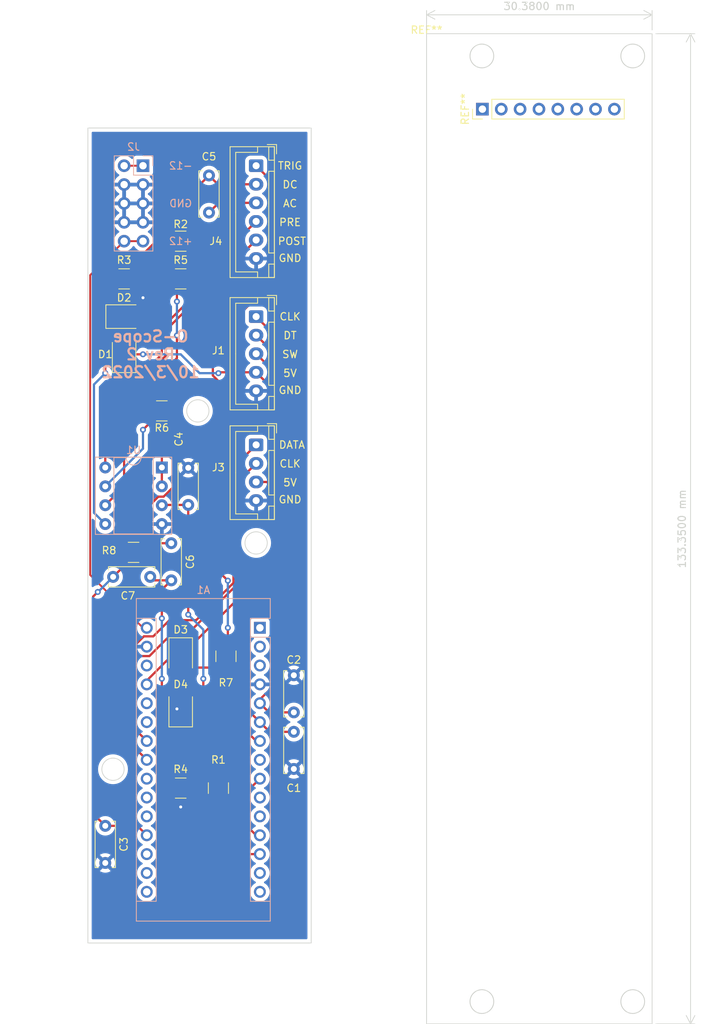
<source format=kicad_pcb>
(kicad_pcb (version 20211014) (generator pcbnew)
  (layers (0 "F.Cu" signal) (31 "B.Cu" signal) (34 "B.Paste" user) (35 "F.Paste" user) (36 "B.SilkS" user "B.Silkscreen") (37 "F.SilkS" user "F.Silkscreen") (38 "B.Mask" user) (39 "F.Mask" user) (44 "Edge.Cuts" user))
  (net 0 "")
  (net 4 "GND")
  (net 5 "EncoderCLK")
  (net 6 "EncoderDT")
  (net 7 "EncoderSW")
  (net 9 "ExternalTrigger")
  (net 12 "OffsetOut")
  (net 13 "LowPassInput")
  (net 19 "SignalIn")
  (net 23 "OLEDData")
  (net 24 "OLEDClock")
  (net 27 "+5V")
  (net 29 "+12V")
  (net 30 "Net-(C4-Pad1)")
  (net 31 "DCInput")
  (net 32 "ACInput")
  (net 33 "Net-(C6-Pad2)")
  (net 34 "Net-(D1-Pad2)")
  (net 35 "-12V")
  (net 36 "TriggerJack")
  (net 37 "PreGain")
  (net 38 "PostGain")
  (net 39 "OffsetVoltage")
  (footprint "Diode_SMD:D_1210_3225Metric_Pad1.42x2.65mm_HandSolder" (layer "F.Cu") (at 55.88 101.6 -90)
    (fp_text reference "D3" (at -3.556 0 180) (layer "F.SilkS"))
    (fp_text value "D_Schottky")
    (fp_line (start -2.46 -1.585) (end -2.46 1.585) (layer "F.SilkS") (width 0.12))
    (fp_line (start 1.6 -1.585) (end -2.46 -1.585) (layer "F.SilkS") (width 0.12))
    (fp_line (start -2.46 1.585) (end 1.6 1.585) (layer "F.SilkS") (width 0.12))
    (pad "1" smd roundrect (at -1.4875 0 270) (size 1.425 2.65) (layers "F.Cu" "F.Paste" "F.Mask") (roundrect_rratio 0.175439) (net 27 "+5V"))
    (pad "2" smd roundrect (at 1.4875 0 270) (size 1.425 2.65) (layers "F.Cu" "F.Paste" "F.Mask") (roundrect_rratio 0.175439) (net 9 "ExternalTrigger"))
  )
  (footprint "Resistor_SMD:R_1210_3225Metric_Pad1.30x2.65mm_HandSolder" (layer "F.Cu") (at 49.53 87.63)
    (fp_text reference "R8" (at -3.302 -0.254) (layer "F.SilkS"))
    (fp_text value "1k O")
    (fp_line (start -0.723737 1.355) (end 0.723737 1.355) (layer "F.SilkS") (width 0.12))
    (fp_line (start -0.723737 -1.355) (end 0.723737 -1.355) (layer "F.SilkS") (width 0.12))
    (pad "1" smd roundrect (at -1.55 0) (size 1.3 2.65) (layers "F.Cu" "F.Paste" "F.Mask") (roundrect_rratio 0.192308) (net 19 "SignalIn"))
    (pad "2" smd roundrect (at 1.55 0) (size 1.3 2.65) (layers "F.Cu" "F.Paste" "F.Mask") (roundrect_rratio 0.192308) (net 33 "Net-(C6-Pad2)"))
  )
  (footprint "Capacitor_THT:C_Disc_D6.0mm_W2.5mm_P5.00mm" (layer "F.Cu") (at 59.69 36.87 -90)
    (fp_text reference "C5" (at -2.54 0) (layer "F.SilkS"))
    (fp_text value "4.7 uF")
    (fp_line (start 5.62 0.925) (end 5.62 1.37) (layer "F.SilkS") (width 0.12))
    (fp_line (start 5.62 -1.37) (end 5.62 -0.925) (layer "F.SilkS") (width 0.12))
    (fp_line (start -0.62 0.925) (end -0.62 1.37) (layer "F.SilkS") (width 0.12))
    (fp_line (start -0.62 1.37) (end 5.62 1.37) (layer "F.SilkS") (width 0.12))
    (fp_line (start -0.62 -1.37) (end -0.62 -0.925) (layer "F.SilkS") (width 0.12))
    (fp_line (start -0.62 -1.37) (end 5.62 -1.37) (layer "F.SilkS") (width 0.12))
    (pad "1" thru_hole circle (at 0 0 270) (size 1.6 1.6) (drill 0.8) (layers *.Cu *.Mask) (net 31 "DCInput"))
    (pad "2" thru_hole circle (at 5 0 270) (size 1.6 1.6) (drill 0.8) (layers *.Cu *.Mask) (net 32 "ACInput"))
  )
  (footprint "Diode_SMD:D_1210_3225Metric_Pad1.42x2.65mm_HandSolder" (layer "F.Cu") (at 55.88 108.6755 90)
    (fp_text reference "D4" (at 3.2655 0 180) (layer "F.SilkS"))
    (fp_text value "D_Schottky")
    (fp_line (start -2.46 -1.585) (end -2.46 1.585) (layer "F.SilkS") (width 0.12))
    (fp_line (start 1.6 -1.585) (end -2.46 -1.585) (layer "F.SilkS") (width 0.12))
    (fp_line (start -2.46 1.585) (end 1.6 1.585) (layer "F.SilkS") (width 0.12))
    (pad "1" smd roundrect (at -1.4875 0 90) (size 1.425 2.65) (layers "F.Cu" "F.Paste" "F.Mask") (roundrect_rratio 0.175439) (net 9 "ExternalTrigger"))
    (pad "2" smd roundrect (at 1.4875 0 90) (size 1.425 2.65) (layers "F.Cu" "F.Paste" "F.Mask") (roundrect_rratio 0.175439) (net 4 "GND"))
  )
  (footprint "Resistor_SMD:R_1210_3225Metric_Pad1.30x2.65mm_HandSolder" (layer "F.Cu") (at 61.976 101.626 -90)
    (fp_text reference "R7" (at 3.556 0 180) (layer "F.SilkS"))
    (fp_text value "1k O")
    (fp_line (start -0.723737 -1.355) (end 0.723737 -1.355) (layer "F.SilkS") (width 0.12))
    (fp_line (start -0.723737 1.355) (end 0.723737 1.355) (layer "F.SilkS") (width 0.12))
    (pad "1" smd roundrect (at -1.55 0 270) (size 1.3 2.65) (layers "F.Cu" "F.Paste" "F.Mask") (roundrect_rratio 0.192308) (net 36 "TriggerJack"))
    (pad "2" smd roundrect (at 1.55 0 270) (size 1.3 2.65) (layers "F.Cu" "F.Paste" "F.Mask") (roundrect_rratio 0.192308) (net 9 "ExternalTrigger"))
  )
  (footprint "Resistor_SMD:R_1210_3225Metric_Pad1.30x2.65mm_HandSolder" (layer "F.Cu") (at 53.34 68.58 180)
    (fp_text reference "R6" (at 0 -2.28) (layer "F.SilkS"))
    (fp_text value "1k O")
    (fp_line (start -0.723737 1.355) (end 0.723737 1.355) (layer "F.SilkS") (width 0.12))
    (fp_line (start -0.723737 -1.355) (end 0.723737 -1.355) (layer "F.SilkS") (width 0.12))
    (pad "1" smd roundrect (at -1.55 0 180) (size 1.3 2.65) (layers "F.Cu" "F.Paste" "F.Mask") (roundrect_rratio 0.192308) (net 33 "Net-(C6-Pad2)"))
    (pad "2" smd roundrect (at 1.55 0 180) (size 1.3 2.65) (layers "F.Cu" "F.Paste" "F.Mask") (roundrect_rratio 0.192308) (net 38 "PostGain"))
  )
  (footprint "Diode_SMD:D_1210_3225Metric_Pad1.42x2.65mm_HandSolder" (layer "F.Cu") (at 48.26 55.88)
    (fp_text reference "D2" (at 0 -2.54) (layer "F.SilkS"))
    (fp_text value "D_Schottky")
    (fp_line (start -2.46 -1.585) (end -2.46 1.585) (layer "F.SilkS") (width 0.12))
    (fp_line (start -2.46 1.585) (end 1.6 1.585) (layer "F.SilkS") (width 0.12))
    (fp_line (start 1.6 -1.585) (end -2.46 -1.585) (layer "F.SilkS") (width 0.12))
    (pad "1" smd roundrect (at -1.4875 0) (size 1.425 2.65) (layers "F.Cu" "F.Paste" "F.Mask") (roundrect_rratio 0.175439) (net 34 "Net-(D1-Pad2)"))
    (pad "2" smd roundrect (at 1.4875 0) (size 1.425 2.65) (layers "F.Cu" "F.Paste" "F.Mask") (roundrect_rratio 0.175439) (net 4 "GND"))
  )
  (footprint "Connector_JST:JST_XH_B6B-XH-A_1x06_P2.50mm_Vertical" (layer "F.Cu") (at 66.04 35.56 -90)
    (fp_text reference "J4" (at 10.16 5.425 180) (layer "F.SilkS"))
    (fp_text value "Input Header")
    (fp_line (start 15.06 3.51) (end 15.06 -2.46) (layer "F.SilkS") (width 0.12))
    (fp_line (start -2.55 -2.45) (end -2.55 -1.7) (layer "F.SilkS") (width 0.12))
    (fp_line (start 15.06 -2.46) (end -2.56 -2.46) (layer "F.SilkS") (width 0.12))
    (fp_line (start 14.3 2.75) (end 6.25 2.75) (layer "F.SilkS") (width 0.12))
    (fp_line (start 0.75 -1.7) (end 11.75 -1.7) (layer "F.SilkS") (width 0.12))
    (fp_line (start -2.56 -2.46) (end -2.56 3.51) (layer "F.SilkS") (width 0.12))
    (fp_line (start -0.75 -2.45) (end -2.55 -2.45) (layer "F.SilkS") (width 0.12))
    (fp_line (start 13.25 -1.7) (end 15.05 -1.7) (layer "F.SilkS") (width 0.12))
    (fp_line (start -2.85 -2.75) (end -2.85 -1.5) (layer "F.SilkS") (width 0.12))
    (fp_line (start -1.8 -0.2) (end -1.8 2.75) (layer "F.SilkS") (width 0.12))
    (fp_line (start 0.75 -2.45) (end 0.75 -1.7) (layer "F.SilkS") (width 0.12))
    (fp_line (start -2.55 -0.2) (end -1.8 -0.2) (layer "F.SilkS") (width 0.12))
    (fp_line (start 14.3 -0.2) (end 14.3 2.75) (layer "F.SilkS") (width 0.12))
    (fp_line (start -2.55 -1.7) (end -0.75 -1.7) (layer "F.SilkS") (width 0.12))
    (fp_line (start 11.75 -1.7) (end 11.75 -2.45) (layer "F.SilkS") (width 0.12))
    (fp_line (start -2.56 3.51) (end 15.06 3.51) (layer "F.SilkS") (width 0.12))
    (fp_line (start -0.75 -1.7) (end -0.75 -2.45) (layer "F.SilkS") (width 0.12))
    (fp_line (start -1.6 -2.75) (end -2.85 -2.75) (layer "F.SilkS") (width 0.12))
    (fp_line (start 11.75 -2.45) (end 0.75 -2.45) (layer "F.SilkS") (width 0.12))
    (fp_line (start 15.05 -0.2) (end 14.3 -0.2) (layer "F.SilkS") (width 0.12))
    (fp_line (start -1.8 2.75) (end 6.25 2.75) (layer "F.SilkS") (width 0.12))
    (fp_line (start 13.25 -2.45) (end 13.25 -1.7) (layer "F.SilkS") (width 0.12))
    (fp_line (start 15.05 -2.45) (end 13.25 -2.45) (layer "F.SilkS") (width 0.12))
    (fp_line (start 15.05 -1.7) (end 15.05 -2.45) (layer "F.SilkS") (width 0.12))
    (pad "1" thru_hole roundrect (at 0 0 270) (size 1.7 1.95) (drill 0.95) (layers *.Cu *.Mask) (roundrect_rratio 0.147059) (net 36 "TriggerJack"))
    (pad "2" thru_hole oval (at 2.5 0 270) (size 1.7 1.95) (drill 0.95) (layers *.Cu *.Mask) (net 31 "DCInput"))
    (pad "3" thru_hole oval (at 5 0 270) (size 1.7 1.95) (drill 0.95) (layers *.Cu *.Mask) (net 32 "ACInput"))
    (pad "4" thru_hole oval (at 7.5 0 270) (size 1.7 1.95) (drill 0.95) (layers *.Cu *.Mask) (net 37 "PreGain"))
    (pad "5" thru_hole oval (at 10 0 270) (size 1.7 1.95) (drill 0.95) (layers *.Cu *.Mask) (net 38 "PostGain"))
    (pad "6" thru_hole oval (at 12.5 0 270) (size 1.7 1.95) (drill 0.95) (layers *.Cu *.Mask) (net 4 "GND"))
  )
  (footprint "oscfoot:Panel" (layer "F.Cu") (at 89 17.78)
    (fp_text reference "REF**" (at 0 -0.5 unlocked) (layer "F.SilkS"))
    (fp_text value "Panel")
    (fp_rect (start 0 0) (end 30.38 133.35) (layer "Edge.Cuts") (width 0.1) (fill none))
    (fp_circle (center 27.77 3) (end 29.37 3) (layer "Edge.Cuts") (width 0.12) (fill none))
    (fp_circle (center 7.45 130.35) (end 9.05 130.35) (layer "Edge.Cuts") (width 0.12) (fill none))
    (fp_circle (center 27.77 130.35) (end 29.37 130.35) (layer "Edge.Cuts") (width 0.12) (fill none))
    (fp_circle (center 7.45 3) (end 9.05 3) (layer "Edge.Cuts") (width 0.12) (fill none))
  )
  (footprint "Capacitor_THT:C_Disc_D6.0mm_W2.5mm_P5.00mm" (layer "F.Cu") (at 45.72 124.46 -90)
    (fp_text reference "C3" (at 2.5 -2.5 90) (layer "F.SilkS"))
    (fp_text value "470pf")
    (fp_line (start -0.62 0.925) (end -0.62 1.37) (layer "F.SilkS") (width 0.12))
    (fp_line (start -0.62 1.37) (end 5.62 1.37) (layer "F.SilkS") (width 0.12))
    (fp_line (start 5.62 0.925) (end 5.62 1.37) (layer "F.SilkS") (width 0.12))
    (fp_line (start -0.62 -1.37) (end -0.62 -0.925) (layer "F.SilkS") (width 0.12))
    (fp_line (start 5.62 -1.37) (end 5.62 -0.925) (layer "F.SilkS") (width 0.12))
    (fp_line (start -0.62 -1.37) (end 5.62 -1.37) (layer "F.SilkS") (width 0.12))
    (pad "1" thru_hole circle (at 0 0 270) (size 1.6 1.6) (drill 0.8) (layers *.Cu *.Mask) (net 19 "SignalIn"))
    (pad "2" thru_hole circle (at 5 0 270) (size 1.6 1.6) (drill 0.8) (layers *.Cu *.Mask) (net 4 "GND"))
  )
  (footprint "Connector_JST:JST_XH_B4B-XH-A_1x04_P2.50mm_Vertical" (layer "F.Cu") (at 66.04 73.152 -90)
    (fp_text reference "J3" (at 3.048 5.08) (layer "F.SilkS"))
    (fp_text value "OLED Header")
    (fp_line (start 10.05 -0.2) (end 9.3 -0.2) (layer "F.SilkS") (width 0.12))
    (fp_line (start -1.8 2.75) (end 3.75 2.75) (layer "F.SilkS") (width 0.12))
    (fp_line (start -1.8 -0.2) (end -1.8 2.75) (layer "F.SilkS") (width 0.12))
    (fp_line (start 10.06 -2.46) (end -2.56 -2.46) (layer "F.SilkS") (width 0.12))
    (fp_line (start 8.25 -2.45) (end 8.25 -1.7) (layer "F.SilkS") (width 0.12))
    (fp_line (start -2.55 -2.45) (end -2.55 -1.7) (layer "F.SilkS") (width 0.12))
    (fp_line (start 0.75 -2.45) (end 0.75 -1.7) (layer "F.SilkS") (width 0.12))
    (fp_line (start -1.6 -2.75) (end -2.85 -2.75) (layer "F.SilkS") (width 0.12))
    (fp_line (start -0.75 -2.45) (end -2.55 -2.45) (layer "F.SilkS") (width 0.12))
    (fp_line (start -2.56 3.51) (end 10.06 3.51) (layer "F.SilkS") (width 0.12))
    (fp_line (start 9.3 2.75) (end 3.75 2.75) (layer "F.SilkS") (width 0.12))
    (fp_line (start 10.05 -2.45) (end 8.25 -2.45) (layer "F.SilkS") (width 0.12))
    (fp_line (start 0.75 -1.7) (end 6.75 -1.7) (layer "F.SilkS") (width 0.12))
    (fp_line (start 10.06 3.51) (end 10.06 -2.46) (layer "F.SilkS") (width 0.12))
    (fp_line (start -2.55 -0.2) (end -1.8 -0.2) (layer "F.SilkS") (width 0.12))
    (fp_line (start -2.55 -1.7) (end -0.75 -1.7) (layer "F.SilkS") (width 0.12))
    (fp_line (start 8.25 -1.7) (end 10.05 -1.7) (layer "F.SilkS") (width 0.12))
    (fp_line (start 6.75 -1.7) (end 6.75 -2.45) (layer "F.SilkS") (width 0.12))
    (fp_line (start 9.3 -0.2) (end 9.3 2.75) (layer "F.SilkS") (width 0.12))
    (fp_line (start 10.05 -1.7) (end 10.05 -2.45) (layer "F.SilkS") (width 0.12))
    (fp_line (start -2.85 -2.75) (end -2.85 -1.5) (layer "F.SilkS") (width 0.12))
    (fp_line (start 6.75 -2.45) (end 0.75 -2.45) (layer "F.SilkS") (width 0.12))
    (fp_line (start -0.75 -1.7) (end -0.75 -2.45) (layer "F.SilkS") (width 0.12))
    (fp_line (start -2.56 -2.46) (end -2.56 3.51) (layer "F.SilkS") (width 0.12))
    (pad "1" thru_hole roundrect (at 0 0 270) (size 1.7 1.95) (drill 0.95) (layers *.Cu *.Mask) (roundrect_rratio 0.147059) (net 23 "OLEDData"))
    (pad "2" thru_hole oval (at 2.5 0 270) (size 1.7 1.95) (drill 0.95) (layers *.Cu *.Mask) (net 24 "OLEDClock"))
    (pad "3" thru_hole oval (at 5 0 270) (size 1.7 1.95) (drill 0.95) (layers *.Cu *.Mask) (net 27 "+5V"))
    (pad "4" thru_hole oval (at 7.5 0 270) (size 1.7 1.95) (drill 0.95) (layers *.Cu *.Mask) (net 4 "GND"))
  )
  (footprint "Capacitor_THT:C_Disc_D6.0mm_W2.5mm_P5.00mm" (layer "F.Cu") (at 56.896 81.24 90)
    (fp_text reference "C4" (at 8.85 -1.27 90) (layer "F.SilkS"))
    (fp_text value "1uF")
    (fp_line (start -0.62 -1.37) (end 5.62 -1.37) (layer "F.SilkS") (width 0.12))
    (fp_line (start -0.62 -1.37) (end -0.62 -0.925) (layer "F.SilkS") (width 0.12))
    (fp_line (start -0.62 1.37) (end 5.62 1.37) (layer "F.SilkS") (width 0.12))
    (fp_line (start 5.62 0.925) (end 5.62 1.37) (layer "F.SilkS") (width 0.12))
    (fp_line (start -0.62 0.925) (end -0.62 1.37) (layer "F.SilkS") (width 0.12))
    (fp_line (start 5.62 -1.37) (end 5.62 -0.925) (layer "F.SilkS") (width 0.12))
    (pad "1" thru_hole circle (at 0 0 90) (size 1.6 1.6) (drill 0.8) (layers *.Cu *.Mask) (net 30 "Net-(C4-Pad1)"))
    (pad "2" thru_hole circle (at 5 0 90) (size 1.6 1.6) (drill 0.8) (layers *.Cu *.Mask) (net 4 "GND"))
  )
  (footprint "Resistor_SMD:R_1210_3225Metric_Pad1.30x2.65mm_HandSolder" (layer "F.Cu") (at 55.88 45.72)
    (fp_text reference "R2" (at 0 -2.28) (layer "F.SilkS"))
    (fp_text value "10k O")
    (fp_line (start -0.723737 1.355) (end 0.723737 1.355) (layer "F.SilkS") (width 0.12))
    (fp_line (start -0.723737 -1.355) (end 0.723737 -1.355) (layer "F.SilkS") (width 0.12))
    (pad "1" smd roundrect (at -1.55 0) (size 1.3 2.65) (layers "F.Cu" "F.Paste" "F.Mask") (roundrect_rratio 0.192308) (net 34 "Net-(D1-Pad2)"))
    (pad "2" smd roundrect (at 1.55 0) (size 1.3 2.65) (layers "F.Cu" "F.Paste" "F.Mask") (roundrect_rratio 0.192308) (net 31 "DCInput"))
  )
  (footprint "Capacitor_THT:C_Disc_D6.0mm_W2.5mm_P5.00mm" (layer "F.Cu") (at 54.61 91.4 90)
    (fp_text reference "C6" (at 2.5 2.54 90) (layer "F.SilkS"))
    (fp_text value "22 nF")
    (fp_line (start 5.62 0.925) (end 5.62 1.37) (layer "F.SilkS") (width 0.12))
    (fp_line (start -0.62 -1.37) (end -0.62 -0.925) (layer "F.SilkS") (width 0.12))
    (fp_line (start -0.62 0.925) (end -0.62 1.37) (layer "F.SilkS") (width 0.12))
    (fp_line (start -0.62 1.37) (end 5.62 1.37) (layer "F.SilkS") (width 0.12))
    (fp_line (start 5.62 -1.37) (end 5.62 -0.925) (layer "F.SilkS") (width 0.12))
    (fp_line (start -0.62 -1.37) (end 5.62 -1.37) (layer "F.SilkS") (width 0.12))
    (pad "1" thru_hole circle (at 0 0 90) (size 1.6 1.6) (drill 0.8) (layers *.Cu *.Mask) (net 13 "LowPassInput"))
    (pad "2" thru_hole circle (at 5 0 90) (size 1.6 1.6) (drill 0.8) (layers *.Cu *.Mask) (net 33 "Net-(C6-Pad2)"))
  )
  (footprint "Resistor_SMD:R_1210_3225Metric_Pad1.30x2.65mm_HandSolder" (layer "F.Cu") (at 55.88 119.38 180)
    (fp_text reference "R4" (at 0 2.54) (layer "F.SilkS"))
    (fp_text value "100k O")
    (fp_line (start -0.723737 1.355) (end 0.723737 1.355) (layer "F.SilkS") (width 0.12))
    (fp_line (start -0.723737 -1.355) (end 0.723737 -1.355) (layer "F.SilkS") (width 0.12))
    (pad "1" smd roundrect (at -1.55 0 180) (size 1.3 2.65) (layers "F.Cu" "F.Paste" "F.Mask") (roundrect_rratio 0.192308) (net 9 "ExternalTrigger"))
    (pad "2" smd roundrect (at 1.55 0 180) (size 1.3 2.65) (layers "F.Cu" "F.Paste" "F.Mask") (roundrect_rratio 0.192308) (net 4 "GND"))
  )
  (footprint "Resistor_SMD:R_1210_3225Metric_Pad1.30x2.65mm_HandSolder" (layer "F.Cu") (at 48.26 50.8)
    (fp_text reference "R3" (at 0 -2.54 180) (layer "F.SilkS"))
    (fp_text value "47k O")
    (fp_line (start -0.723737 -1.355) (end 0.723737 -1.355) (layer "F.SilkS") (width 0.12))
    (fp_line (start -0.723737 1.355) (end 0.723737 1.355) (layer "F.SilkS") (width 0.12))
    (pad "1" smd roundrect (at -1.55 0) (size 1.3 2.65) (layers "F.Cu" "F.Paste" "F.Mask") (roundrect_rratio 0.192308) (net 34 "Net-(D1-Pad2)"))
    (pad "2" smd roundrect (at 1.55 0) (size 1.3 2.65) (layers "F.Cu" "F.Paste" "F.Mask") (roundrect_rratio 0.192308) (net 39 "OffsetVoltage"))
  )
  (footprint "Capacitor_THT:C_Disc_D6.0mm_W2.5mm_P5.00mm" (layer "F.Cu") (at 71.12 111.8 -90)
    (fp_text reference "C1" (at 7.58 0 180) (layer "F.SilkS"))
    (fp_text value "0.01uF")
    (fp_line (start -0.62 -1.37) (end -0.62 -0.925) (layer "F.SilkS") (width 0.12))
    (fp_line (start -0.62 0.925) (end -0.62 1.37) (layer "F.SilkS") (width 0.12))
    (fp_line (start -0.62 -1.37) (end 5.62 -1.37) (layer "F.SilkS") (width 0.12))
    (fp_line (start 5.62 -1.37) (end 5.62 -0.925) (layer "F.SilkS") (width 0.12))
    (fp_line (start -0.62 1.37) (end 5.62 1.37) (layer "F.SilkS") (width 0.12))
    (fp_line (start 5.62 0.925) (end 5.62 1.37) (layer "F.SilkS") (width 0.12))
    (pad "1" thru_hole circle (at 0 0 270) (size 1.6 1.6) (drill 0.8) (layers *.Cu *.Mask) (net 6 "EncoderDT"))
    (pad "2" thru_hole circle (at 5 0 270) (size 1.6 1.6) (drill 0.8) (layers *.Cu *.Mask) (net 4 "GND"))
  )
  (footprint "Connector_PinHeader_2.54mm:PinHeader_1x08_P2.54mm_Vertical" (layer "F.Cu") (at 96.52 27.94 90)
    (fp_text reference "REF**" (at 0 -2.33 90) (layer "F.SilkS"))
    (fp_text value "PinHeader_1x08_P2.54mm_Vertical")
    (fp_line (start -1.33 19.11) (end 1.33 19.11) (layer "F.SilkS") (width 0.12))
    (fp_line (start 1.33 1.27) (end 1.33 19.11) (layer "F.SilkS") (width 0.12))
    (fp_line (start -1.33 -1.33) (end 0 -1.33) (layer "F.SilkS") (width 0.12))
    (fp_line (start -1.33 0) (end -1.33 -1.33) (layer "F.SilkS") (width 0.12))
    (fp_line (start -1.33 1.27) (end -1.33 19.11) (layer "F.SilkS") (width 0.12))
    (fp_line (start -1.33 1.27) (end 1.33 1.27) (layer "F.SilkS") (width 0.12))
    (pad "1" thru_hole rect (at 0 0 90) (size 1.7 1.7) (drill 1) (layers *.Cu *.Mask))
    (pad "2" thru_hole oval (at 0 2.54 90) (size 1.7 1.7) (drill 1) (layers *.Cu *.Mask))
    (pad "3" thru_hole oval (at 0 5.08 90) (size 1.7 1.7) (drill 1) (layers *.Cu *.Mask))
    (pad "4" thru_hole oval (at 0 7.62 90) (size 1.7 1.7) (drill 1) (layers *.Cu *.Mask))
    (pad "5" thru_hole oval (at 0 10.16 90) (size 1.7 1.7) (drill 1) (layers *.Cu *.Mask))
    (pad "6" thru_hole oval (at 0 12.7 90) (size 1.7 1.7) (drill 1) (layers *.Cu *.Mask))
    (pad "7" thru_hole oval (at 0 15.24 90) (size 1.7 1.7) (drill 1) (layers *.Cu *.Mask))
    (pad "8" thru_hole oval (at 0 17.78 90) (size 1.7 1.7) (drill 1) (layers *.Cu *.Mask))
  )
  (footprint "Capacitor_THT:C_Disc_D6.0mm_W2.5mm_P5.00mm" (layer "F.Cu") (at 71.12 109.18 90)
    (fp_text reference "C2" (at 7.072 0 180) (layer "F.SilkS"))
    (fp_text value "0.01uF")
    (fp_line (start -0.62 1.37) (end 5.62 1.37) (layer "F.SilkS") (width 0.12))
    (fp_line (start -0.62 0.925) (end -0.62 1.37) (layer "F.SilkS") (width 0.12))
    (fp_line (start 5.62 -1.37) (end 5.62 -0.925) (layer "F.SilkS") (width 0.12))
    (fp_line (start -0.62 -1.37) (end 5.62 -1.37) (layer "F.SilkS") (width 0.12))
    (fp_line (start -0.62 -1.37) (end -0.62 -0.925) (layer "F.SilkS") (width 0.12))
    (fp_line (start 5.62 0.925) (end 5.62 1.37) (layer "F.SilkS") (width 0.12))
    (pad "1" thru_hole circle (at 0 0 90) (size 1.6 1.6) (drill 0.8) (layers *.Cu *.Mask) (net 5 "EncoderCLK"))
    (pad "2" thru_hole circle (at 5 0 90) (size 1.6 1.6) (drill 0.8) (layers *.Cu *.Mask) (net 4 "GND"))
  )
  (footprint "Resistor_SMD:R_1210_3225Metric_Pad1.30x2.65mm_HandSolder" (layer "F.Cu") (at 60.96 119.38 -90)
    (fp_text reference "R1" (at -3.81 0) (layer "F.SilkS"))
    (fp_text value "47k O")
    (fp_line (start -0.723737 -1.355) (end 0.723737 -1.355) (layer "F.SilkS") (width 0.12))
    (fp_line (start -0.723737 1.355) (end 0.723737 1.355) (layer "F.SilkS") (width 0.12))
    (pad "1" smd roundrect (at -1.55 0 270) (size 1.3 2.65) (layers "F.Cu" "F.Paste" "F.Mask") (roundrect_rratio 0.192308) (net 30 "Net-(C4-Pad1)"))
    (pad "2" smd roundrect (at 1.55 0 270) (size 1.3 2.65) (layers "F.Cu" "F.Paste" "F.Mask") (roundrect_rratio 0.192308) (net 12 "OffsetOut"))
  )
  (footprint "Resistor_SMD:R_1210_3225Metric_Pad1.30x2.65mm_HandSolder" (layer "F.Cu") (at 55.88 50.8 180)
    (fp_text reference "R5" (at 0 2.54) (layer "F.SilkS"))
    (fp_text value "10k O")
    (fp_line (start -0.723737 -1.355) (end 0.723737 -1.355) (layer "F.SilkS") (width 0.12))
    (fp_line (start -0.723737 1.355) (end 0.723737 1.355) (layer "F.SilkS") (width 0.12))
    (pad "1" smd roundrect (at -1.55 0 180) (size 1.3 2.65) (layers "F.Cu" "F.Paste" "F.Mask") (roundrect_rratio 0.192308) (net 37 "PreGain"))
    (pad "2" smd roundrect (at 1.55 0 180) (size 1.3 2.65) (layers "F.Cu" "F.Paste" "F.Mask") (roundrect_rratio 0.192308) (net 39 "OffsetVoltage"))
  )
  (footprint "Capacitor_THT:C_Disc_D6.0mm_W2.5mm_P5.00mm" (layer "F.Cu") (at 51.776 90.932 180)
    (fp_text reference "C7" (at 3.008 -2.54 180) (layer "F.SilkS"))
    (fp_text value "22 nF")
    (fp_line (start -0.62 0.925) (end -0.62 1.37) (layer "F.SilkS") (width 0.12))
    (fp_line (start 5.62 -1.37) (end 5.62 -0.925) (layer "F.SilkS") (width 0.12))
    (fp_line (start 5.62 0.925) (end 5.62 1.37) (layer "F.SilkS") (width 0.12))
    (fp_line (start -0.62 -1.37) (end -0.62 -0.925) (layer "F.SilkS") (width 0.12))
    (fp_line (start -0.62 1.37) (end 5.62 1.37) (layer "F.SilkS") (width 0.12))
    (fp_line (start -0.62 -1.37) (end 5.62 -1.37) (layer "F.SilkS") (width 0.12))
    (pad "1" thru_hole circle (at 0 0 180) (size 1.6 1.6) (drill 0.8) (layers *.Cu *.Mask) (net 13 "LowPassInput"))
    (pad "2" thru_hole circle (at 5 0 180) (size 1.6 1.6) (drill 0.8) (layers *.Cu *.Mask) (net 19 "SignalIn"))
  )
  (footprint "Connector_JST:JST_XH_B5B-XH-A_1x05_P2.50mm_Vertical" (layer "F.Cu") (at 66.04 55.88 -90)
    (fp_text reference "J1" (at 4.572 5.08 180) (layer "F.SilkS"))
    (fp_text value "Encoder Header")
    (fp_line (start 12.56 3.51) (end 12.56 -2.46) (layer "F.SilkS") (width 0.12))
    (fp_line (start -2.55 -2.45) (end -2.55 -1.7) (layer "F.SilkS") (width 0.12))
    (fp_line (start 11.8 -0.2) (end 11.8 2.75) (layer "F.SilkS") (width 0.12))
    (fp_line (start -2.56 -2.46) (end -2.56 3.51) (layer "F.SilkS") (width 0.12))
    (fp_line (start -1.6 -2.75) (end -2.85 -2.75) (layer "F.SilkS") (width 0.12))
    (fp_line (start 11.8 2.75) (end 5 2.75) (layer "F.SilkS") (width 0.12))
    (fp_line (start -1.8 -0.2) (end -1.8 2.75) (layer "F.SilkS") (width 0.12))
    (fp_line (start -2.55 -1.7) (end -0.75 -1.7) (layer "F.SilkS") (width 0.12))
    (fp_line (start 0.75 -2.45) (end 0.75 -1.7) (layer "F.SilkS") (width 0.12))
    (fp_line (start -0.75 -1.7) (end -0.75 -2.45) (layer "F.SilkS") (width 0.12))
    (fp_line (start 10.75 -2.45) (end 10.75 -1.7) (layer "F.SilkS") (width 0.12))
    (fp_line (start 12.55 -0.2) (end 11.8 -0.2) (layer "F.SilkS") (width 0.12))
    (fp_line (start -2.85 -2.75) (end -2.85 -1.5) (layer "F.SilkS") (width 0.12))
    (fp_line (start 0.75 -1.7) (end 9.25 -1.7) (layer "F.SilkS") (width 0.12))
    (fp_line (start 12.56 -2.46) (end -2.56 -2.46) (layer "F.SilkS") (width 0.12))
    (fp_line (start -1.8 2.75) (end 5 2.75) (layer "F.SilkS") (width 0.12))
    (fp_line (start 9.25 -1.7) (end 9.25 -2.45) (layer "F.SilkS") (width 0.12))
    (fp_line (start -0.75 -2.45) (end -2.55 -2.45) (layer "F.SilkS") (width 0.12))
    (fp_line (start 12.55 -1.7) (end 12.55 -2.45) (layer "F.SilkS") (width 0.12))
    (fp_line (start 10.75 -1.7) (end 12.55 -1.7) (layer "F.SilkS") (width 0.12))
    (fp_line (start -2.56 3.51) (end 12.56 3.51) (layer "F.SilkS") (width 0.12))
    (fp_line (start -2.55 -0.2) (end -1.8 -0.2) (layer "F.SilkS") (width 0.12))
    (fp_line (start 12.55 -2.45) (end 10.75 -2.45) (layer "F.SilkS") (width 0.12))
    (fp_line (start 9.25 -2.45) (end 0.75 -2.45) (layer "F.SilkS") (width 0.12))
    (pad "1" thru_hole roundrect (at 0 0 270) (size 1.7 1.95) (drill 0.95) (layers *.Cu *.Mask) (roundrect_rratio 0.147059) (net 5 "EncoderCLK"))
    (pad "2" thru_hole oval (at 2.5 0 270) (size 1.7 1.95) (drill 0.95) (layers *.Cu *.Mask) (net 6 "EncoderDT"))
    (pad "3" thru_hole oval (at 5 0 270) (size 1.7 1.95) (drill 0.95) (layers *.Cu *.Mask) (net 7 "EncoderSW"))
    (pad "4" thru_hole oval (at 7.5 0 270) (size 1.7 1.95) (drill 0.95) (layers *.Cu *.Mask) (net 27 "+5V"))
    (pad "5" thru_hole oval (at 10 0 270) (size 1.7 1.95) (drill 0.95) (layers *.Cu *.Mask) (net 4 "GND"))
  )
  (footprint "Diode_SMD:D_1210_3225Metric_Pad1.42x2.65mm_HandSolder" (layer "F.Cu") (at 48.26 60.96 90)
    (fp_text reference "D1" (at 0 -2.54 180) (layer "F.SilkS"))
    (fp_text value "D_Schottky")
    (fp_line (start -2.46 -1.585) (end -2.46 1.585) (layer "F.SilkS") (width 0.12))
    (fp_line (start -2.46 1.585) (end 1.6 1.585) (layer "F.SilkS") (width 0.12))
    (fp_line (start 1.6 -1.585) (end -2.46 -1.585) (layer "F.SilkS") (width 0.12))
    (pad "1" smd roundrect (at -1.4875 0 90) (size 1.425 2.65) (layers "F.Cu" "F.Paste" "F.Mask") (roundrect_rratio 0.175439) (net 27 "+5V"))
    (pad "2" smd roundrect (at 1.4875 0 90) (size 1.425 2.65) (layers "F.Cu" "F.Paste" "F.Mask") (roundrect_rratio 0.175439) (net 34 "Net-(D1-Pad2)"))
  )
  (footprint "Module:Arduino_Nano" (layer "B.Cu") (at 66.548 97.79 180)
    (fp_text reference "A1" (at 7.62 5.08) (layer "B.SilkS") (effects (justify mirror)))
    (fp_text value "Nano")
    (fp_line (start 1.27 -1.27) (end -1.4 -1.27) (layer "B.SilkS") (width 0.12))
    (fp_line (start -1.4 3.94) (end -1.4 1.27) (layer "B.SilkS") (width 0.12))
    (fp_line (start 13.97 -36.83) (end 16.64 -36.83) (layer "B.SilkS") (width 0.12))
    (fp_line (start 13.97 1.27) (end 13.97 -36.83) (layer "B.SilkS") (width 0.12))
    (fp_line (start 1.27 1.27) (end -1.4 1.27) (layer "B.SilkS") (width 0.12))
    (fp_line (start 1.27 -36.83) (end -1.4 -36.83) (layer "B.SilkS") (width 0.12))
    (fp_line (start 1.27 -1.27) (end 1.27 -36.83) (layer "B.SilkS") (width 0.12))
    (fp_line (start 16.64 -39.5) (end 16.64 3.94) (layer "B.SilkS") (width 0.12))
    (fp_line (start 13.97 1.27) (end 16.64 1.27) (layer "B.SilkS") (width 0.12))
    (fp_line (start 16.64 3.94) (end -1.4 3.94) (layer "B.SilkS") (width 0.12))
    (fp_line (start 1.27 -1.27) (end 1.27 1.27) (layer "B.SilkS") (width 0.12))
    (fp_line (start -1.4 -39.5) (end 16.64 -39.5) (layer "B.SilkS") (width 0.12))
    (fp_line (start -1.4 -1.27) (end -1.4 -39.5) (layer "B.SilkS") (width 0.12))
    (pad "1" thru_hole rect (at 0 0 180) (size 1.6 1.6) (drill 1) (layers *.Cu *.Mask))
    (pad "2" thru_hole oval (at 0 -2.54 180) (size 1.6 1.6) (drill 1) (layers *.Cu *.Mask))
    (pad "3" thru_hole oval (at 0 -5.08 180) (size 1.6 1.6) (drill 1) (layers *.Cu *.Mask))
    (pad "4" thru_hole oval (at 0 -7.62 180) (size 1.6 1.6) (drill 1) (layers *.Cu *.Mask) (net 4 "GND"))
    (pad "5" thru_hole oval (at 0 -10.16 180) (size 1.6 1.6) (drill 1) (layers *.Cu *.Mask) (net 5 "EncoderCLK"))
    (pad "6" thru_hole oval (at 0 -12.7 180) (size 1.6 1.6) (drill 1) (layers *.Cu *.Mask) (net 6 "EncoderDT"))
    (pad "7" thru_hole oval (at 0 -15.24 180) (size 1.6 1.6) (drill 1) (layers *.Cu *.Mask) (net 7 "EncoderSW"))
    (pad "8" thru_hole oval (at 0 -17.78 180) (size 1.6 1.6) (drill 1) (layers *.Cu *.Mask))
    (pad "9" thru_hole oval (at 0 -20.32 180) (size 1.6 1.6) (drill 1) (layers *.Cu *.Mask) (net 9 "ExternalTrigger"))
    (pad "10" thru_hole oval (at 0 -22.86 180) (size 1.6 1.6) (drill 1) (layers *.Cu *.Mask))
    (pad "11" thru_hole oval (at 0 -25.4 180) (size 1.6 1.6) (drill 1) (layers *.Cu *.Mask))
    (pad "12" thru_hole oval (at 0 -27.94 180) (size 1.6 1.6) (drill 1) (layers *.Cu *.Mask) (net 12 "OffsetOut"))
    (pad "13" thru_hole oval (at 0 -30.48 180) (size 1.6 1.6) (drill 1) (layers *.Cu *.Mask) (net 13 "LowPassInput"))
    (pad "14" thru_hole oval (at 0 -33.02 180) (size 1.6 1.6) (drill 1) (layers *.Cu *.Mask))
    (pad "15" thru_hole oval (at 0 -35.56 180) (size 1.6 1.6) (drill 1) (layers *.Cu *.Mask))
    (pad "16" thru_hole oval (at 15.24 -35.56 180) (size 1.6 1.6) (drill 1) (layers *.Cu *.Mask))
    (pad "17" thru_hole oval (at 15.24 -33.02 180) (size 1.6 1.6) (drill 1) (layers *.Cu *.Mask))
    (pad "18" thru_hole oval (at 15.24 -30.48 180) (size 1.6 1.6) (drill 1) (layers *.Cu *.Mask))
    (pad "19" thru_hole oval (at 15.24 -27.94 180) (size 1.6 1.6) (drill 1) (layers *.Cu *.Mask) (net 19 "SignalIn"))
    (pad "20" thru_hole oval (at 15.24 -25.4 180) (size 1.6 1.6) (drill 1) (layers *.Cu *.Mask))
    (pad "21" thru_hole oval (at 15.24 -22.86 180) (size 1.6 1.6) (drill 1) (layers *.Cu *.Mask))
    (pad "22" thru_hole oval (at 15.24 -20.32 180) (size 1.6 1.6) (drill 1) (layers *.Cu *.Mask))
    (pad "23" thru_hole oval (at 15.24 -17.78 180) (size 1.6 1.6) (drill 1) (layers *.Cu *.Mask) (net 23 "OLEDData"))
    (pad "24" thru_hole oval (at 15.24 -15.24 180) (size 1.6 1.6) (drill 1) (layers *.Cu *.Mask) (net 24 "OLEDClock"))
    (pad "25" thru_hole oval (at 15.24 -12.7 180) (size 1.6 1.6) (drill 1) (layers *.Cu *.Mask))
    (pad "26" thru_hole oval (at 15.24 -10.16 180) (size 1.6 1.6) (drill 1) (layers *.Cu *.Mask))
    (pad "27" thru_hole oval (at 15.24 -7.62 180) (size 1.6 1.6) (drill 1) (layers *.Cu *.Mask) (net 27 "+5V"))
    (pad "28" thru_hole oval (at 15.24 -5.08 180) (size 1.6 1.6) (drill 1) (layers *.Cu *.Mask))
    (pad "29" thru_hole oval (at 15.24 -2.54 180) (size 1.6 1.6) (drill 1) (layers *.Cu *.Mask) (net 4 "GND"))
    (pad "30" thru_hole oval (at 15.24 0 180) (size 1.6 1.6) (drill 1) (layers *.Cu *.Mask) (net 29 "+12V"))
  )
  (footprint "Package_DIP:DIP-8_W7.62mm_Socket" (layer "B.Cu") (at 53.34 76.2 180)
    (fp_text reference "U1" (at 3.81 2.33) (layer "B.SilkS") (effects (justify mirror)))
    (fp_text value "Opamp_Dual")
    (fp_line (start 6.46 1.33) (end 4.81 1.33) (layer "B.SilkS") (width 0.12))
    (fp_line (start 8.95 1.39) (end -1.33 1.39) (layer "B.SilkS") (width 0.12))
    (fp_line (start 1.16 1.33) (end 1.16 -8.95) (layer "B.SilkS") (width 0.12))
    (fp_line (start 8.95 -9.01) (end 8.95 1.39) (layer "B.SilkS") (width 0.12))
    (fp_line (start -1.33 -9.01) (end 8.95 -9.01) (layer "B.SilkS") (width 0.12))
    (fp_line (start -1.33 1.39) (end -1.33 -9.01) (layer "B.SilkS") (width 0.12))
    (fp_line (start 6.46 -8.95) (end 6.46 1.33) (layer "B.SilkS") (width 0.12))
    (fp_line (start 1.16 -8.95) (end 6.46 -8.95) (layer "B.SilkS") (width 0.12))
    (fp_line (start 2.81 1.33) (end 1.16 1.33) (layer "B.SilkS") (width 0.12))
    (fp_arc (start 2.81 1.33) (mid 3.81 0.33) (end 4.81 1.33) (layer "B.SilkS") (width 0.12))
    (pad "1" thru_hole rect (at 0 0 180) (size 1.6 1.6) (drill 0.8) (layers *.Cu *.Mask) (net 39 "OffsetVoltage"))
    (pad "2" thru_hole oval (at 0 -2.54 180) (size 1.6 1.6) (drill 0.8) (layers *.Cu *.Mask) (net 39 "OffsetVoltage"))
    (pad "3" thru_hole oval (at 0 -5.08 180) (size 1.6 1.6) (drill 0.8) (layers *.Cu *.Mask) (net 30 "Net-(C4-Pad1)"))
    (pad "4" thru_hole oval (at 0 -7.62 180) (size 1.6 1.6) (drill 0.8) (layers *.Cu *.Mask) (net 4 "GND"))
    (pad "5" thru_hole oval (at 7.62 -7.62 180) (size 1.6 1.6) (drill 0.8) (layers *.Cu *.Mask) (net 34 "Net-(D1-Pad2)"))
    (pad "6" thru_hole oval (at 7.62 -5.08 180) (size 1.6 1.6) (drill 0.8) (layers *.Cu *.Mask) (net 37 "PreGain"))
    (pad "7" thru_hole oval (at 7.62 -2.54 180) (size 1.6 1.6) (drill 0.8) (layers *.Cu *.Mask) (net 38 "PostGain"))
    (pad "8" thru_hole oval (at 7.62 0 180) (size 1.6 1.6) (drill 0.8) (layers *.Cu *.Mask) (net 27 "+5V"))
  )
  (footprint "Connector_PinHeader_2.54mm:PinHeader_2x05_P2.54mm_Vertical" (layer "B.Cu") (at 50.8 35.56 180)
    (fp_text reference "J2" (at 1.27 2.54) (layer "B.SilkS") (effects (justify mirror)))
    (fp_text value "10-Pin uZeus Power")
    (fp_line (start 1.27 1.33) (end 3.87 1.33) (layer "B.SilkS") (width 0.12))
    (fp_line (start 1.27 -1.27) (end 1.27 1.33) (layer "B.SilkS") (width 0.12))
    (fp_line (start -1.33 -1.27) (end 1.27 -1.27) (layer "B.SilkS") (width 0.12))
    (fp_line (start -1.33 0) (end -1.33 1.33) (layer "B.SilkS") (width 0.12))
    (fp_line (start -1.33 -1.27) (end -1.33 -11.49) (layer "B.SilkS") (width 0.12))
    (fp_line (start 3.87 1.33) (end 3.87 -11.49) (layer "B.SilkS") (width 0.12))
    (fp_line (start -1.33 -11.49) (end 3.87 -11.49) (layer "B.SilkS") (width 0.12))
    (fp_line (start -1.33 1.33) (end 0 1.33) (layer "B.SilkS") (width 0.12))
    (pad "1" thru_hole rect (at 0 0 180) (size 1.7 1.7) (drill 1) (layers *.Cu *.Mask) (net 35 "-12V"))
    (pad "2" thru_hole oval (at 2.54 0 180) (size 1.7 1.7) (drill 1) (layers *.Cu *.Mask) (net 35 "-12V"))
    (pad "3" thru_hole oval (at 0 -2.54 180) (size 1.7 1.7) (drill 1) (layers *.Cu *.Mask) (net 4 "GND"))
    (pad "4" thru_hole oval (at 2.54 -2.54 180) (size 1.7 1.7) (drill 1) (layers *.Cu *.Mask) (net 4 "GND"))
    (pad "5" thru_hole oval (at 0 -5.08 180) (size 1.7 1.7) (drill 1) (layers *.Cu *.Mask) (net 4 "GND"))
    (pad "6" thru_hole oval (at 2.54 -5.08 180) (size 1.7 1.7) (drill 1) (layers *.Cu *.Mask) (net 4 "GND"))
    (pad "7" thru_hole oval (at 0 -7.62 180) (size 1.7 1.7) (drill 1) (layers *.Cu *.Mask) (net 4 "GND"))
    (pad "8" thru_hole oval (at 2.54 -7.62 180) (size 1.7 1.7) (drill 1) (layers *.Cu *.Mask) (net 4 "GND"))
    (pad "9" thru_hole oval (at 0 -10.16 180) (size 1.7 1.7) (drill 1) (layers *.Cu *.Mask) (net 29 "+12V"))
    (pad "10" thru_hole oval (at 2.54 -10.16 180) (size 1.7 1.7) (drill 1) (layers *.Cu *.Mask) (net 29 "+12V"))
  )
  (gr_circle (center 46.76 116.84) (end 48.26 116.84) (layer "Edge.Cuts") (width 0.1) (fill none))
  (gr_circle (center 66.04 86.36) (end 67.54 86.36) (layer "Edge.Cuts") (width 0.1) (fill none))
  (gr_rect (start 43.38 30.48) (end 73.46 140.24) (layer "Edge.Cuts") (width 0.1) (fill none))
  (gr_circle (center 58.19 68.58) (end 59.69 68.58) (layer "Edge.Cuts") (width 0.1) (fill none))
  (gr_text "+12" (at 55.88 45.72) (layer "B.SilkS") (effects (font (size 1 1)) (justify mirror)))
  (gr_text "-12" (at 55.88 35.56) (layer "B.SilkS") (effects (font (size 1 1)) (justify mirror)))
  (gr_text "O-Scope\nRev 2\n10/3/2022" (at 51.816 60.96) (layer "B.SilkS") (effects (font (size 1.5 1.5) (thickness 0.3)) (justify mirror)))
  (gr_text "GND" (at 55.88 40.64) (layer "B.SilkS") (effects (font (size 1 1)) (justify mirror)))
  (gr_text "PRE" (at 70.612 43.18) (layer "F.SilkS") (effects (font (size 1 1))))
  (gr_text "DATA" (at 70.866 73.152) (layer "F.SilkS") (effects (font (size 1 1))))
  (gr_text "DT" (at 70.612 58.42) (layer "F.SilkS") (effects (font (size 1 1))))
  (gr_text "GND" (at 70.612 48.006) (layer "F.SilkS") (effects (font (size 1 1))))
  (gr_text "DC" (at 70.612 38.1) (layer "F.SilkS") (effects (font (size 1 1))))
  (gr_text "5V" (at 70.612 63.5) (layer "F.SilkS") (effects (font (size 1 1))))
  (gr_text "SW" (at 70.612 60.96) (layer "F.SilkS") (effects (font (size 1 1))))
  (gr_text "TRIG" (at 70.612 35.56) (layer "F.SilkS") (effects (font (size 1 1))))
  (gr_text "POST" (at 70.866 45.72) (layer "F.SilkS") (effects (font (size 1 1))))
  (gr_text "CLK" (at 70.612 55.88) (layer "F.SilkS") (effects (font (size 1 1))))
  (gr_text "GND" (at 70.612 80.518) (layer "F.SilkS") (effects (font (size 1 1))))
  (gr_text "GND" (at 70.612 65.786) (layer "F.SilkS") (effects (font (size 1 1))))
  (gr_text "5V" (at 70.612 78.232) (layer "F.SilkS") (effects (font (size 1 1))))
  (gr_text "CLK" (at 70.612 75.692) (layer "F.SilkS") (effects (font (size 1 1))))
  (gr_text "AC" (at 70.612 40.64) (layer "F.SilkS") (effects (font (size 1 1))))
  (dimension (type aligned) (layer "Edge.Cuts") (pts (xy 89 17.78) (xy 119.38 17.78)) (height -2.54) (gr_text "30.3800 mm" (at 104.19 14.09) (layer "Edge.Cuts") (effects (font (size 1 1) (thickness 0.15)))) (format (units 3) (units_format 1) (precision 4)) (style (thickness 0.1) (arrow_length 1.27) (text_position_mode 0) (extension_height 0.58642) (extension_offset 0.5) keep_text_aligned))
  (dimension (type aligned) (layer "Edge.Cuts") (pts (xy 119.38 17.78) (xy 119.38 151.13)) (height -5.18) (gr_text "133.3500 mm" (at 123.41 84.455 90) (layer "Edge.Cuts") (effects (font (size 1 1) (thickness 0.15)))) (format (units 3) (units_format 1) (precision 4)) (style (thickness 0.1) (arrow_length 1.27) (text_position_mode 0) (extension_height 0.58642) (extension_offset 0.5) keep_text_aligned))
  (segment (start 49.7475 55.88) (end 50.8 54.8275) (width 0.3) (layer "F.Cu") (net 4))
  (segment (start 55.88 108.204) (end 55.372 108.712) (width 0.3) (layer "F.Cu") (net 4))
  (segment (start 50.8 54.8275) (end 50.8 53.34) (width 0.3) (layer "F.Cu") (net 4))
  (segment (start 55.88 107.188) (end 55.88 108.204) (width 0.3) (layer "F.Cu") (net 4))
  (segment (start 55.88 120.93) (end 55.88 121.92) (width 0.3) (layer "F.Cu") (net 4))
  (segment (start 54.33 119.38) (end 55.88 120.93) (width 0.3) (layer "F.Cu") (net 4))
  (via (at 50.8 53.34) (size 0.8) (drill 0.4) (layers "F.Cu" "B.Cu") (net 4))
  (via (at 55.88 121.92) (size 0.8) (drill 0.4) (layers "F.Cu" "B.Cu") (net 4))
  (via (at 55.372 108.712) (size 0.8) (drill 0.4) (layers "F.Cu" "B.Cu") (net 4))
  (segment (start 67.778 109.18) (end 71.12 109.18) (width 0.3) (layer "F.Cu") (net 5))
  (segment (start 69.088 91.076212) (end 70.35 89.814212) (width 0.3) (layer "F.Cu") (net 5))
  (segment (start 66.548 107.95) (end 67.778 109.18) (width 0.3) (layer "F.Cu") (net 5))
  (segment (start 66.548 107.442) (end 69.088 104.902) (width 0.3) (layer "F.Cu") (net 5))
  (segment (start 70.35 89.814212) (end 70.35 60.19) (width 0.3) (layer "F.Cu") (net 5))
  (segment (start 70.35 60.19) (end 66.04 55.88) (width 0.3) (layer "F.Cu") (net 5))
  (segment (start 69.088 104.902) (end 69.088 91.076212) (width 0.3) (layer "F.Cu") (net 5))
  (segment (start 69.85 89.607106) (end 64.516 94.941106) (width 0.3) (layer "F.Cu") (net 6))
  (segment (start 64.516 108.458) (end 66.548 110.49) (width 0.3) (layer "F.Cu") (net 6))
  (segment (start 66.04 58.38) (end 69.85 62.19) (width 0.3) (layer "F.Cu") (net 6))
  (segment (start 69.85 62.19) (end 69.85 89.607106) (width 0.3) (layer "F.Cu") (net 6))
  (segment (start 64.516 94.941106) (end 64.516 108.458) (width 0.3) (layer "F.Cu") (net 6))
  (segment (start 71.12 111.8) (end 67.858 111.8) (width 0.3) (layer "F.Cu") (net 6))
  (segment (start 67.858 111.8) (end 66.548 110.49) (width 0.3) (layer "F.Cu") (net 6))
  (segment (start 64.008 94.742) (end 64.008 110.998) (width 0.3) (layer "F.Cu") (net 7))
  (segment (start 69.35 64.19) (end 69.35 89.4) (width 0.3) (layer "F.Cu") (net 7))
  (segment (start 66.04 60.88) (end 69.35 64.19) (width 0.3) (layer "F.Cu") (net 7))
  (segment (start 64.008 110.998) (end 66.04 113.03) (width 0.3) (layer "F.Cu") (net 7))
  (segment (start 69.35 89.4) (end 64.008 94.742) (width 0.3) (layer "F.Cu") (net 7))
  (segment (start 57.3675 119.3175) (end 57.3675 111.76) (width 0.3) (layer "F.Cu") (net 9))
  (segment (start 55.9425 103.15) (end 60.96 103.15) (width 0.3) (layer "F.Cu") (net 9))
  (segment (start 66.548 118.11) (end 65.278 119.38) (width 0.3) (layer "F.Cu") (net 9))
  (segment (start 57.555 104.7625) (end 57.555 108.488) (width 0.3) (layer "F.Cu") (net 9))
  (segment (start 57.3675 111.76) (end 55.88 110.2725) (width 0.3) (layer "F.Cu") (net 9))
  (segment (start 65.278 119.38) (end 57.43 119.38) (width 0.3) (layer "F.Cu") (net 9))
  (segment (start 57.555 108.488) (end 55.88 110.163) (width 0.3) (layer "F.Cu") (net 9))
  (segment (start 55.88 103.0875) (end 57.555 104.7625) (width 0.3) (layer "F.Cu") (net 9))
  (segment (start 61.24 120.93) (end 66.04 125.73) (width 0.3) (layer "F.Cu") (net 12))
  (segment (start 56.190661 120.464189) (end 63.996472 128.27) (width 0.3) (layer "F.Cu") (net 13))
  (segment (start 63.996472 128.27) (end 66.548 128.27) (width 0.3) (layer "F.Cu") (net 13))
  (segment (start 53.34 111.76) (end 56.190661 114.610661) (width 0.3) (layer "F.Cu") (net 13))
  (segment (start 54.61 91.4) (end 52.244 91.4) (width 0.3) (layer "F.Cu") (net 13))
  (segment (start 52.244 91.4) (end 51.776 90.932) (width 0.3) (layer "F.Cu") (net 13))
  (segment (start 56.190661 114.610661) (end 56.190661 120.464189) (width 0.3) (layer "F.Cu") (net 13))
  (segment (start 53.34 104.648) (end 53.34 111.76) (width 0.3) (layer "F.Cu") (net 13))
  (segment (start 53.34 96.52) (end 53.34 92.67) (width 0.3) (layer "F.Cu") (net 13))
  (segment (start 53.34 92.67) (end 54.61 91.4) (width 0.3) (layer "F.Cu") (net 13))
  (via (at 53.34 104.648) (size 0.8) (drill 0.4) (layers "F.Cu" "B.Cu") (net 13))
  (via (at 53.34 96.52) (size 0.8) (drill 0.4) (layers "F.Cu" "B.Cu") (net 13))
  (segment (start 53.34 104.648) (end 53.34 96.52) (width 0.3) (layer "B.Cu") (net 13))
  (segment (start 44.083557 93.584443) (end 44.083557 122.823557) (width 0.3) (layer "F.Cu") (net 19))
  (segment (start 47.98 87.63) (end 47.98 89.728) (width 0.3) (layer "F.Cu") (net 19))
  (segment (start 47.98 89.728) (end 46.776 90.932) (width 0.3) (layer "F.Cu") (net 19))
  (segment (start 44.704 92.964) (end 44.083557 93.584443) (width 0.3) (layer "F.Cu") (net 19))
  (segment (start 44.083557 122.823557) (end 45.72 124.46) (width 0.3) (layer "F.Cu") (net 19))
  (segment (start 45.72 124.46) (end 50.038 124.46) (width 0.3) (layer "F.Cu") (net 19))
  (segment (start 50.038 124.46) (end 51.308 125.73) (width 0.3) (layer "F.Cu") (net 19))
  (via (at 44.704 92.964) (size 0.8) (drill 0.4) (layers "F.Cu" "B.Cu") (net 19))
  (segment (start 46.776 90.932) (end 44.744 92.964) (width 0.3) (layer "B.Cu") (net 19))
  (segment (start 44.744 92.964) (end 44.704 92.964) (width 0.3) (layer "B.Cu") (net 19))
  (segment (start 48.006 101.854) (end 48.006 112.268) (width 0.3) (layer "F.Cu") (net 23))
  (segment (start 66.04 73.152) (end 62.992 76.2) (width 0.3) (layer "F.Cu") (net 23))
  (segment (start 52.19 98.94) (end 50.92 98.94) (width 0.3) (layer "F.Cu") (net 23))
  (segment (start 62.992 76.2) (end 62.992 91.738661) (width 0.3) (layer "F.Cu") (net 23))
  (segment (start 50.92 98.94) (end 48.006 101.854) (width 0.3) (layer "F.Cu") (net 23))
  (segment (start 54.368 96.762) (end 52.19 98.94) (width 0.3) (layer "F.Cu") (net 23))
  (segment (start 48.006 112.268) (end 51.308 115.57) (width 0.3) (layer "F.Cu") (net 23))
  (segment (start 62.992 91.738661) (end 57.968661 96.762) (width 0.3) (layer "F.Cu") (net 23))
  (segment (start 57.968661 96.762) (end 54.368 96.762) (width 0.3) (layer "F.Cu") (net 23))
  (segment (start 63.492 91.945768) (end 56.631767 98.806) (width 0.3) (layer "F.Cu") (net 24))
  (segment (start 66.04 75.652) (end 63.492 78.2) (width 0.3) (layer "F.Cu") (net 24))
  (segment (start 48.514 110.236) (end 51.308 113.03) (width 0.3) (layer "F.Cu") (net 24))
  (segment (start 50.292 101.6) (end 48.514 103.378) (width 0.3) (layer "F.Cu") (net 24))
  (segment (start 54.458346 98.806) (end 51.664346 101.6) (width 0.3) (layer "F.Cu") (net 24))
  (segment (start 48.514 103.378) (end 48.514 110.236) (width 0.3) (layer "F.Cu") (net 24))
  (segment (start 63.492 78.2) (end 63.492 91.945768) (width 0.3) (layer "F.Cu") (net 24))
  (segment (start 56.631767 98.806) (end 54.458346 98.806) (width 0.3) (layer "F.Cu") (net 24))
  (segment (start 51.664346 101.6) (end 50.292 101.6) (width 0.3) (layer "F.Cu") (net 24))
  (segment (start 68.58 88.9) (end 57.3675 100.1125) (width 0.3) (layer "F.Cu") (net 27))
  (segment (start 67.484 78.152) (end 68.58 79.248) (width 0.3) (layer "F.Cu") (net 27))
  (segment (start 57.3675 100.1125) (end 55.88 100.1125) (width 0.3) (layer "F.Cu") (net 27))
  (segment (start 66.04 63.38) (end 68.58 65.92) (width 0.3) (layer "F.Cu") (net 27))
  (segment (start 61.08 63.38) (end 66.04 63.38) (width 0.3) (layer "F.Cu") (net 27))
  (segment (start 48.26 62.4475) (end 45.72 64.9875) (width 0.3) (layer "F.Cu") (net 27))
  (segment (start 49.7475 60.96) (end 48.26 62.4475) (width 0.3) (layer "F.Cu") (net 27))
  (segment (start 66.04 78.152) (end 67.484 78.152) (width 0.3) (layer "F.Cu") (net 27))
  (segment (start 68.58 65.92) (end 68.58 79.248) (width 0.3) (layer "F.Cu") (net 27))
  (segment (start 45.72 64.9875) (end 45.72 76.2) (width 0.3) (layer "F.Cu") (net 27))
  (segment (start 68.58 79.248) (end 68.58 88.9) (width 0.3) (layer "F.Cu") (net 27))
  (segment (start 50.8 60.96) (end 49.7475 60.96) (width 0.3) (layer "F.Cu") (net 27))
  (segment (start 60.96 63.5) (end 61.08 63.38) (width 0.3) (layer "F.Cu") (net 27))
  (segment (start 51.308 104.902) (end 55.88 100.33) (width 0.3) (layer "F.Cu") (net 27))
  (via (at 60.96 63.5) (size 0.8) (drill 0.4) (layers "F.Cu" "B.Cu") (net 27))
  (via (at 50.8 60.96) (size 0.8) (drill 0.4) (layers "F.Cu" "B.Cu") (net 27))
  (segment (start 60.96 63.5) (end 58.42 63.5) (width 0.3) (layer "B.Cu") (net 27))
  (segment (start 58.42 63.5) (end 55.88 60.96) (width 0.3) (layer "B.Cu") (net 27))
  (segment (start 55.88 60.96) (end 50.8 60.96) (width 0.3) (layer "B.Cu") (net 27))
  (segment (start 43.688 50.292) (end 43.688 90.678) (width 0.25) (layer "F.Cu") (net 29))
  (segment (start 43.688 90.678) (end 50.8 97.79) (width 0.25) (layer "F.Cu") (net 29))
  (segment (start 48.26 45.72) (end 43.688 50.292) (width 0.25) (layer "F.Cu") (net 29))
  (segment (start 50.8 45.72) (end 48.26 45.72) (width 0.25) (layer "F.Cu") (net 29))
  (segment (start 56.896 81.24) (end 53.38 81.24) (width 0.3) (layer "F.Cu") (net 30))
  (segment (start 58.928 115.798) (end 60.96 117.83) (width 0.3) (layer "F.Cu") (net 30))
  (segment (start 56.896 96.012) (end 56.896 81.24) (width 0.3) (layer "F.Cu") (net 30))
  (segment (start 58.928 104.648) (end 58.928 115.798) (width 0.3) (layer "F.Cu") (net 30))
  (via (at 58.928 104.648) (size 0.8) (drill 0.4) (layers "F.Cu" "B.Cu") (net 30))
  (via (at 56.896 96.012) (size 0.8) (drill 0.4) (layers "F.Cu" "B.Cu") (net 30))
  (segment (start 58.928 98.044) (end 58.928 104.648) (width 0.3) (layer "B.Cu") (net 30))
  (segment (start 56.896 96.012) (end 58.928 98.044) (width 0.3) (layer "B.Cu") (net 30))
  (segment (start 59.69 36.87) (end 57.43 39.13) (width 0.3) (layer "F.Cu") (net 31))
  (segment (start 60.88 38.06) (end 59.69 36.87) (width 0.3) (layer "F.Cu") (net 31))
  (segment (start 66.04 38.06) (end 60.88 38.06) (width 0.3) (layer "F.Cu") (net 31))
  (segment (start 57.43 39.13) (end 57.43 45.72) (width 0.3) (layer "F.Cu") (net 31))
  (segment (start 66.04 40.56) (end 61 40.56) (width 0.3) (layer "F.Cu") (net 32))
  (segment (start 61 40.56) (end 59.69 41.87) (width 0.3) (layer "F.Cu") (net 32))
  (segment (start 51.08 81.913654) (end 51.08 87.63) (width 0.3) (layer "F.Cu") (net 33))
  (segment (start 54.61 86.4) (end 52.31 86.4) (width 0.3) (layer "F.Cu") (net 33))
  (segment (start 54.89 78.816346) (end 53.576346 80.13) (width 0.3) (layer "F.Cu") (net 33))
  (segment (start 52.31 86.4) (end 51.08 87.63) (width 0.3) (layer "F.Cu") (net 33))
  (segment (start 54.89 68.58) (end 54.89 78.816346) (width 0.3) (layer "F.Cu") (net 33))
  (segment (start 52.863654 80.13) (end 51.08 81.913654) (width 0.3) (layer "F.Cu") (net 33))
  (segment (start 53.576346 80.13) (end 52.863654 80.13) (width 0.3) (layer "F.Cu") (net 33))
  (segment (start 47.486472 50.8) (end 46.71 50.8) (width 0.3) (layer "F.Cu") (net 34))
  (segment (start 52.566472 45.72) (end 47.486472 50.8) (width 0.3) (layer "F.Cu") (net 34))
  (segment (start 45.72 63.5) (end 45.72 62.0125) (width 0.3) (layer "F.Cu") (net 34))
  (segment (start 45.72 62.0125) (end 48.26 59.4725) (width 0.3) (layer "F.Cu") (net 34))
  (segment (start 46.7725 55.88) (end 48.26 57.3675) (width 0.3) (layer "F.Cu") (net 34))
  (segment (start 54.33 45.72) (end 52.566472 45.72) (width 0.3) (layer "F.Cu") (net 34))
  (segment (start 46.7725 50.8625) (end 46.7725 55.88) (width 0.3) (layer "F.Cu") (net 34))
  (segment (start 48.26 57.3675) (end 48.26 59.4725) (width 0.3) (layer "F.Cu") (net 34))
  (via (at 45.72 63.5) (size 0.8) (drill 0.4) (layers "F.Cu" "B.Cu") (net 34))
  (segment (start 44.196 82.296) (end 45.72 83.82) (width 0.3) (layer "B.Cu") (net 34))
  (segment (start 44.196 65.024) (end 44.196 82.296) (width 0.3) (layer "B.Cu") (net 34))
  (segment (start 45.72 63.5) (end 44.196 65.024) (width 0.3) (layer "B.Cu") (net 34))
  (segment (start 48.26 35.56) (end 50.8 35.56) (width 0.25) (layer "F.Cu") (net 35))
  (segment (start 60.96 90.17) (end 62.23 91.44) (width 0.3) (layer "F.Cu") (net 36))
  (segment (start 60.96 64.560661) (end 60.96 90.17) (width 0.3) (layer "F.Cu") (net 36))
  (segment (start 60.21 63.810661) (end 60.96 64.560661) (width 0.3) (layer "F.Cu") (net 36))
  (segment (start 62.23 97.79) (end 62.23 99.822) (width 0.3) (layer "F.Cu") (net 36))
  (segment (start 60.21 59.178556) (end 60.21 63.810661) (width 0.3) (layer "F.Cu") (net 36))
  (segment (start 66.04 35.56) (end 67.676443 37.196443) (width 0.3) (layer "F.Cu") (net 36))
  (segment (start 67.676443 51.712113) (end 60.21 59.178556) (width 0.3) (layer "F.Cu") (net 36))
  (segment (start 67.676443 37.196443) (end 67.676443 51.712113) (width 0.3) (layer "F.Cu") (net 36))
  (via (at 62.23 91.44) (size 0.8) (drill 0.4) (layers "F.Cu" "B.Cu") (net 36))
  (via (at 62.23 97.79) (size 0.8) (drill 0.4) (layers "F.Cu" "B.Cu") (net 36))
  (segment (start 62.23 91.44) (end 62.23 97.79) (width 0.3) (layer "B.Cu") (net 36))
  (segment (start 48.26 66.04) (end 48.26 78.74) (width 0.3) (layer "F.Cu") (net 37))
  (segment (start 53.34 60.96) (end 48.26 66.04) (width 0.3) (layer "F.Cu") (net 37))
  (segment (start 57.43 53.314) (end 53.34 57.404) (width 0.3) (layer "F.Cu") (net 37))
  (segment (start 58.3 50.8) (end 57.43 50.8) (width 0.3) (layer "F.Cu") (net 37))
  (segment (start 57.43 50.8) (end 57.43 53.314) (width 0.3) (layer "F.Cu") (net 37))
  (segment (start 53.34 57.404) (end 53.34 60.96) (width 0.3) (layer "F.Cu") (net 37))
  (segment (start 48.26 78.74) (end 45.72 81.28) (width 0.3) (layer "F.Cu") (net 37))
  (segment (start 66.04 43.06) (end 58.3 50.8) (width 0.3) (layer "F.Cu") (net 37))
  (segment (start 53.84 57.76) (end 53.84 61.167106) (width 0.3) (layer "F.Cu") (net 38))
  (segment (start 66.04 45.56) (end 53.84 57.76) (width 0.3) (layer "F.Cu") (net 38))
  (segment (start 53.84 61.167106) (end 51.79 63.217106) (width 0.3) (layer "F.Cu") (net 38))
  (segment (start 51.79 70.13) (end 50.8 71.12) (width 0.3) (layer "F.Cu") (net 38))
  (segment (start 51.79 68.58) (end 51.79 70.13) (width 0.3) (layer "F.Cu") (net 38))
  (segment (start 51.79 63.217106) (end 51.79 68.58) (width 0.3) (layer "F.Cu") (net 38))
  (via (at 50.8 71.12) (size 0.8) (drill 0.4) (layers "F.Cu" "B.Cu") (net 38))
  (segment (start 50.8 73.66) (end 45.72 78.74) (width 0.3) (layer "B.Cu") (net 38))
  (segment (start 50.8 71.12) (end 50.8 73.66) (width 0.3) (layer "B.Cu") (net 38))
  (segment (start 55.372 61.468) (end 53.34 63.5) (width 0.3) (layer "F.Cu") (net 39))
  (segment (start 55.372 51.842) (end 55.372 53.848) (width 0.3) (layer "F.Cu") (net 39))
  (segment (start 54.33 50.8) (end 49.81 50.8) (width 0.3) (layer "F.Cu") (net 39))
  (segment (start 53.34 63.5) (end 53.34 76.2) (width 0.3) (layer "F.Cu") (net 39))
  (segment (start 54.33 50.8) (end 55.372 51.842) (width 0.3) (layer "F.Cu") (net 39))
  (segment (start 55.372 58.42) (end 55.372 61.468) (width 0.3) (layer "F.Cu") (net 39))
  (segment (start 53.34 78.74) (end 53.34 76.2) (width 0.3) (layer "F.Cu") (net 39))
  (via (at 55.372 53.848) (size 0.8) (drill 0.4) (layers "F.Cu" "B.Cu") (net 39))
  (via (at 55.372 58.42) (size 0.8) (drill 0.4) (layers "F.Cu" "B.Cu") (net 39))
  (segment (start 55.372 53.848) (end 55.372 58.42) (width 0.3) (layer "B.Cu") (net 39))
  (zone (net 4) (net_name "GND") (layer "B.Cu") (connect_pads (clearance 0.508)) (min_thickness 0.254) (fill yes (thermal_gap 0.508) (thermal_bridge_width 0.508))
    (polygon (pts (xy 73.66 139.954) (xy 43.18 139.954) (xy 43.18 30.734) (xy 73.66 30.734)))
  )
)
</source>
